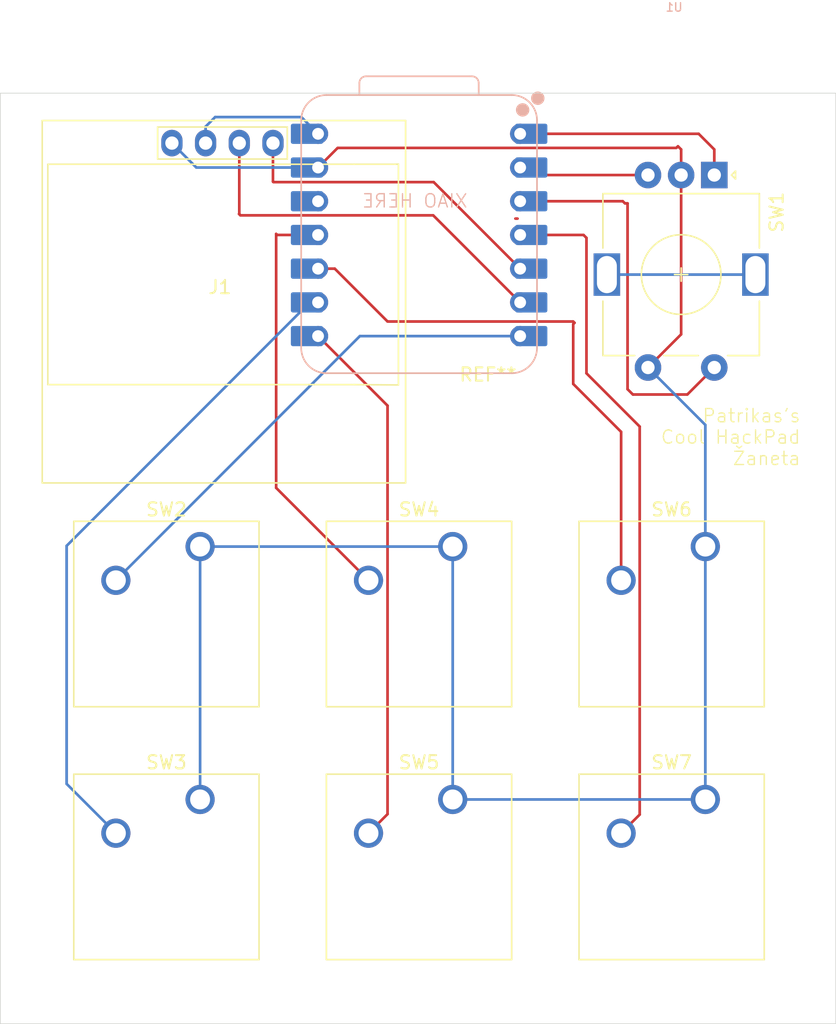
<source format=kicad_pcb>
(kicad_pcb (version 20241229) (generator "pcbnew") (generator_version "9.0")
  (layers (0 "F.Cu" signal) (2 "B.Cu" signal) (13 "F.Paste" user) (15 "B.Paste" user) (5 "F.SilkS" user "F.Silkscreen") (7 "B.SilkS" user "B.Silkscreen") (1 "F.Mask" user) (3 "B.Mask" user) (25 "Edge.Cuts" user))
  (net 0 "")
  (net 1 "Net-(J1-Pin_3)")
  (net 2 "GND")
  (net 3 "Net-(J1-Pin_4)")
  (net 4 "+5V")
  (net 5 "Net-(U1-GPIO28{slash}ADC2{slash}A2)")
  (net 6 "Net-(U1-GPIO27{slash}ADC1{slash}A1)")
  (net 7 "Net-(U1-GPIO26{slash}ADC0{slash}A0)")
  (net 8 "Net-(U1-GPIO0{slash}TX)")
  (net 9 "Net-(U1-GPIO2{slash}SCK)")
  (net 10 "Net-(U1-GPIO3{slash}MOSI)")
  (net 11 "Net-(U1-GPIO1{slash}RX)")
  (net 12 "Net-(U1-GPIO4{slash}MISO)")
  (net 13 "Net-(U1-GPIO29{slash}ADC3{slash}A3)")
  (footprint "Rotary_Encoder:RotaryEncoder_Alps_EC11E-Switch_Vertical_H20mm" (layer "F.Cu") (at 121.84 76.066 -90)
    (property "Reference" "SW1" (at 2.8 -4.7 90) (layer "F.SilkS"))
    (property "Value" "EC11_RotaryEncoder")
    (fp_line (start 5.5 8.4) (end 1.4 8.4) (stroke (width 0.12)) (layer "F.SilkS"))
    (fp_line (start 13.6 8.4) (end 9.5 8.4) (stroke (width 0.12)) (layer "F.SilkS"))
    (fp_line (start 13.6 6) (end 13.6 8.4) (stroke (width 0.12)) (layer "F.SilkS"))
    (fp_line (start 7 2.5) (end 8 2.5) (stroke (width 0.12)) (layer "F.SilkS"))
    (fp_line (start 7.5 2) (end 7.5 3) (stroke (width 0.12)) (layer "F.SilkS"))
    (fp_line (start 13.6 1.2) (end 13.6 3.8) (stroke (width 0.12)) (layer "F.SilkS"))
    (fp_line (start 0 -1.3) (end -0.3 -1.6) (stroke (width 0.12)) (layer "F.SilkS"))
    (fp_line (start -0.3 -1.6) (end 0.3 -1.6) (stroke (width 0.12)) (layer "F.SilkS"))
    (fp_line (start 0.3 -1.6) (end 0 -1.3) (stroke (width 0.12)) (layer "F.SilkS"))
    (fp_line (start 1.4 -3.4) (end 1.4 8.4) (stroke (width 0.12)) (layer "F.SilkS"))
    (fp_line (start 5.5 -3.4) (end 1.4 -3.4) (stroke (width 0.12)) (layer "F.SilkS"))
    (fp_line (start 9.5 -3.4) (end 13.6 -3.4) (stroke (width 0.12)) (layer "F.SilkS"))
    (fp_line (start 13.6 -3.4) (end 13.6 -1) (stroke (width 0.12)) (layer "F.SilkS"))
    (fp_circle (center 7.5 2.5) (end 10.5 2.5) (stroke (width 0.12)) (fill no) (layer "F.SilkS"))
    (pad "A" thru_hole rect (at 0 0 270) (size 2 2) (drill 1) (layers "*.Cu" "*.Mask") (net 7 "Net-(U1-GPIO26{slash}ADC0{slash}A0)"))
    (pad "B" thru_hole circle (at 0 5 270) (size 2 2) (drill 1) (layers "*.Cu" "*.Mask") (net 6 "Net-(U1-GPIO27{slash}ADC1{slash}A1)"))
    (pad "C" thru_hole circle (at 0 2.5 270) (size 2 2) (drill 1) (layers "*.Cu" "*.Mask") (net 2 "GND"))
    (pad "MP" thru_hole rect (at 7.5 -3.1 270) (size 3.2 2) (drill oval 2.8 1.5) (layers "*.Cu" "*.Mask"))
    (pad "MP" thru_hole rect (at 7.5 8.1 270) (size 3.2 2) (drill oval 2.8 1.5) (layers "*.Cu" "*.Mask"))
    (pad "S1" thru_hole circle (at 14.5 5 270) (size 2 2) (drill 1) (layers "*.Cu" "*.Mask") (net 2 "GND"))
    (pad "S2" thru_hole circle (at 14.5 0 270) (size 2 2) (drill 1) (layers "*.Cu" "*.Mask") (net 5 "Net-(U1-GPIO28{slash}ADC2{slash}A2)"))
  )
  (footprint "Button_Switch_Keyboard:SW_Cherry_MX_1.00u_PCB" (layer "F.Cu") (at 121.16375 104.05625)
    (property "Reference" "SW6" (at -2.54 -2.794 0) (layer "F.SilkS"))
    (property "Value" "SW_Push")
    (fp_line (start -9.525 -1.905) (end 4.445 -1.905) (stroke (width 0.12)) (layer "F.SilkS"))
    (fp_line (start -9.525 12.065) (end -9.525 -1.905) (stroke (width 0.12)) (layer "F.SilkS"))
    (fp_line (start 4.445 -1.905) (end 4.445 12.065) (stroke (width 0.12)) (layer "F.SilkS"))
    (fp_line (start 4.445 12.065) (end -9.525 12.065) (stroke (width 0.12)) (layer "F.SilkS"))
    (pad "" np_thru_hole circle (at -7.62 5.08) (size 1.7 1.7) (drill 1.7) (layers "*.Cu" "*.Mask"))
    (pad "" np_thru_hole circle (at -2.54 5.08) (size 4 4) (drill 4) (layers "*.Cu" "*.Mask"))
    (pad "" np_thru_hole circle (at 2.54 5.08) (size 1.7 1.7) (drill 1.7) (layers "*.Cu" "*.Mask"))
    (pad "1" thru_hole circle (at 0 0) (size 2.2 2.2) (drill 1.5) (layers "*.Cu" "*.Mask") (net 2 "GND"))
    (pad "2" thru_hole circle (at -6.35 2.54) (size 2.2 2.2) (drill 1.5) (layers "*.Cu" "*.Mask") (net 12 "Net-(U1-GPIO4{slash}MISO)"))
  )
  (footprint "Button_Switch_Keyboard:SW_Cherry_MX_1.00u_PCB" (layer "F.Cu") (at 83.06375 104.05625)
    (property "Reference" "SW2" (at -2.54 -2.794 0) (layer "F.SilkS"))
    (property "Value" "SW_Push")
    (fp_line (start -9.525 -1.905) (end 4.445 -1.905) (stroke (width 0.12)) (layer "F.SilkS"))
    (fp_line (start -9.525 12.065) (end -9.525 -1.905) (stroke (width 0.12)) (layer "F.SilkS"))
    (fp_line (start 4.445 -1.905) (end 4.445 12.065) (stroke (width 0.12)) (layer "F.SilkS"))
    (fp_line (start 4.445 12.065) (end -9.525 12.065) (stroke (width 0.12)) (layer "F.SilkS"))
    (pad "" np_thru_hole circle (at -7.62 5.08) (size 1.7 1.7) (drill 1.7) (layers "*.Cu" "*.Mask"))
    (pad "" np_thru_hole circle (at -2.54 5.08) (size 4 4) (drill 4) (layers "*.Cu" "*.Mask"))
    (pad "" np_thru_hole circle (at 2.54 5.08) (size 1.7 1.7) (drill 1.7) (layers "*.Cu" "*.Mask"))
    (pad "1" thru_hole circle (at 0 0) (size 2.2 2.2) (drill 1.5) (layers "*.Cu" "*.Mask") (net 2 "GND"))
    (pad "2" thru_hole circle (at -6.35 2.54) (size 2.2 2.2) (drill 1.5) (layers "*.Cu" "*.Mask") (net 8 "Net-(U1-GPIO0{slash}TX)"))
  )
  (footprint "Button_Switch_Keyboard:SW_Cherry_MX_1.00u_PCB" (layer "F.Cu") (at 121.16375 123.10625)
    (property "Reference" "SW7" (at -2.54 -2.794 0) (layer "F.SilkS"))
    (property "Value" "SW_Push")
    (fp_line (start -9.525 -1.905) (end 4.445 -1.905) (stroke (width 0.12)) (layer "F.SilkS"))
    (fp_line (start -9.525 12.065) (end -9.525 -1.905) (stroke (width 0.12)) (layer "F.SilkS"))
    (fp_line (start 4.445 -1.905) (end 4.445 12.065) (stroke (width 0.12)) (layer "F.SilkS"))
    (fp_line (start 4.445 12.065) (end -9.525 12.065) (stroke (width 0.12)) (layer "F.SilkS"))
    (pad "" np_thru_hole circle (at -7.62 5.08) (size 1.7 1.7) (drill 1.7) (layers "*.Cu" "*.Mask"))
    (pad "" np_thru_hole circle (at -2.54 5.08) (size 4 4) (drill 4) (layers "*.Cu" "*.Mask"))
    (pad "" np_thru_hole circle (at 2.54 5.08) (size 1.7 1.7) (drill 1.7) (layers "*.Cu" "*.Mask"))
    (pad "1" thru_hole circle (at 0 0) (size 2.2 2.2) (drill 1.5) (layers "*.Cu" "*.Mask") (net 2 "GND"))
    (pad "2" thru_hole circle (at -6.35 2.54) (size 2.2 2.2) (drill 1.5) (layers "*.Cu" "*.Mask") (net 13 "Net-(U1-GPIO29{slash}ADC3{slash}A3)"))
  )
  (footprint "MountingHole:MountingHole_3.2mm_M3" (layer "F.Cu") (at 104.775 95.25)
    (property "Reference" "REF**" (at 0 -4.15 0) (layer "F.SilkS"))
    (property "Value" "MountingHole_3.2mm_M3")
    (pad "" np_thru_hole circle (at 0 0) (size 3.2 3.2) (drill 3.2) (layers "*.Cu" "*.Mask"))
  )
  (footprint "Button_Switch_Keyboard:SW_Cherry_MX_1.00u_PCB" (layer "F.Cu") (at 102.11375 123.10625)
    (property "Reference" "SW5" (at -2.54 -2.794 0) (layer "F.SilkS"))
    (property "Value" "SW_Push")
    (fp_line (start -9.525 -1.905) (end 4.445 -1.905) (stroke (width 0.12)) (layer "F.SilkS"))
    (fp_line (start -9.525 12.065) (end -9.525 -1.905) (stroke (width 0.12)) (layer "F.SilkS"))
    (fp_line (start 4.445 -1.905) (end 4.445 12.065) (stroke (width 0.12)) (layer "F.SilkS"))
    (fp_line (start 4.445 12.065) (end -9.525 12.065) (stroke (width 0.12)) (layer "F.SilkS"))
    (pad "" np_thru_hole circle (at -7.62 5.08) (size 1.7 1.7) (drill 1.7) (layers "*.Cu" "*.Mask"))
    (pad "" np_thru_hole circle (at -2.54 5.08) (size 4 4) (drill 4) (layers "*.Cu" "*.Mask"))
    (pad "" np_thru_hole circle (at 2.54 5.08) (size 1.7 1.7) (drill 1.7) (layers "*.Cu" "*.Mask"))
    (pad "1" thru_hole circle (at 0 0) (size 2.2 2.2) (drill 1.5) (layers "*.Cu" "*.Mask") (net 2 "GND"))
    (pad "2" thru_hole circle (at -6.35 2.54) (size 2.2 2.2) (drill 1.5) (layers "*.Cu" "*.Mask") (net 11 "Net-(U1-GPIO1{slash}RX)"))
  )
  (footprint "Button_Switch_Keyboard:SW_Cherry_MX_1.00u_PCB" (layer "F.Cu") (at 83.06375 123.10625)
    (property "Reference" "SW3" (at -2.54 -2.794 0) (layer "F.SilkS"))
    (property "Value" "SW_Push")
    (fp_line (start -9.525 -1.905) (end 4.445 -1.905) (stroke (width 0.12)) (layer "F.SilkS"))
    (fp_line (start -9.525 12.065) (end -9.525 -1.905) (stroke (width 0.12)) (layer "F.SilkS"))
    (fp_line (start 4.445 -1.905) (end 4.445 12.065) (stroke (width 0.12)) (layer "F.SilkS"))
    (fp_line (start 4.445 12.065) (end -9.525 12.065) (stroke (width 0.12)) (layer "F.SilkS"))
    (pad "" np_thru_hole circle (at -7.62 5.08) (size 1.7 1.7) (drill 1.7) (layers "*.Cu" "*.Mask"))
    (pad "" np_thru_hole circle (at -2.54 5.08) (size 4 4) (drill 4) (layers "*.Cu" "*.Mask"))
    (pad "" np_thru_hole circle (at 2.54 5.08) (size 1.7 1.7) (drill 1.7) (layers "*.Cu" "*.Mask"))
    (pad "1" thru_hole circle (at 0 0) (size 2.2 2.2) (drill 1.5) (layers "*.Cu" "*.Mask") (net 2 "GND"))
    (pad "2" thru_hole circle (at -6.35 2.54) (size 2.2 2.2) (drill 1.5) (layers "*.Cu" "*.Mask") (net 9 "Net-(U1-GPIO2{slash}SCK)"))
  )
  (footprint "oled:128x64OLED" (layer "F.Cu") (at 84.56 84.26)
    (property "Reference" "J1" (at 0 0.254 0) (layer "F.SilkS"))
    (property "Value" "SSD1306 OLED Display")
    (fp_line (start -13.4 -12.3) (end 14 -12.3) (stroke (width 0.12)) (layer "F.SilkS"))
    (fp_line (start -13.4 15) (end -13.4 -12.3) (stroke (width 0.12)) (layer "F.SilkS"))
    (fp_line (start -12.978 -9.005) (end 10.122 -9.005) (stroke (width 0.12)) (layer "F.SilkS"))
    (fp_line (start -12.978 7.595) (end -12.978 -9.005) (stroke (width 0.12)) (layer "F.SilkS"))
    (fp_line (start -4.699 -11.811) (end -4.699 -9.398) (stroke (width 0.12)) (layer "F.SilkS"))
    (fp_line (start -4.699 -11.811) (end 5.08 -11.811) (stroke (width 0.12)) (layer "F.SilkS"))
    (fp_line (start 5.08 -11.811) (end 5.08 -9.398) (stroke (width 0.12)) (layer "F.SilkS"))
    (fp_line (start 5.08 -9.398) (end -4.699 -9.398) (stroke (width 0.12)) (layer "F.SilkS"))
    (fp_line (start 10.122 -9.005) (end 13.208 -9.005) (stroke (width 0.12)) (layer "F.SilkS"))
    (fp_line (start 10.122 7.595) (end -12.978 7.595) (stroke (width 0.12)) (layer "F.SilkS"))
    (fp_line (start 10.122 7.595) (end 13.462 7.62) (stroke (width 0.12)) (layer "F.SilkS"))
    (fp_line (start 13.462 -9.017) (end 13.208 -9.005) (stroke (width 0.12)) (layer "F.SilkS"))
    (fp_line (start 13.462 7.62) (end 13.462 -9.017) (stroke (width 0.12)) (layer "F.SilkS"))
    (fp_line (start 14 -12.3) (end 14 15) (stroke (width 0.12)) (layer "F.SilkS"))
    (fp_line (start 14 15) (end -13.4 15) (stroke (width 0.12)) (layer "F.SilkS"))
    (pad "1" thru_hole oval (at -3.62 -10.6 90) (size 2 1.6) (drill 1) (layers "*.Cu" "*.Mask") (net 2 "GND"))
    (pad "2" thru_hole oval (at -1.08 -10.6 90) (size 2 1.6) (drill 1) (layers "*.Cu" "*.Mask") (net 4 "+5V"))
    (pad "3" thru_hole oval (at 1.46 -10.6 90) (size 2 1.6) (drill 1) (layers "*.Cu" "*.Mask") (net 1 "Net-(J1-Pin_3)"))
    (pad "4" thru_hole oval (at 4 -10.6 90) (size 2 1.6) (drill 1) (layers "*.Cu" "*.Mask") (net 3 "Net-(J1-Pin_4)"))
  )
  (footprint "Button_Switch_Keyboard:SW_Cherry_MX_1.00u_PCB" (layer "F.Cu") (at 102.11375 104.05625)
    (property "Reference" "SW4" (at -2.54 -2.794 0) (layer "F.SilkS"))
    (property "Value" "SW_Push")
    (fp_line (start -9.525 -1.905) (end 4.445 -1.905) (stroke (width 0.12)) (layer "F.SilkS"))
    (fp_line (start -9.525 12.065) (end -9.525 -1.905) (stroke (width 0.12)) (layer "F.SilkS"))
    (fp_line (start 4.445 -1.905) (end 4.445 12.065) (stroke (width 0.12)) (layer "F.SilkS"))
    (fp_line (start 4.445 12.065) (end -9.525 12.065) (stroke (width 0.12)) (layer "F.SilkS"))
    (pad "" np_thru_hole circle (at -7.62 5.08) (size 1.7 1.7) (drill 1.7) (layers "*.Cu" "*.Mask"))
    (pad "" np_thru_hole circle (at -2.54 5.08) (size 4 4) (drill 4) (layers "*.Cu" "*.Mask"))
    (pad "" np_thru_hole circle (at 2.54 5.08) (size 1.7 1.7) (drill 1.7) (layers "*.Cu" "*.Mask"))
    (pad "1" thru_hole circle (at 0 0) (size 2.2 2.2) (drill 1.5) (layers "*.Cu" "*.Mask") (net 2 "GND"))
    (pad "2" thru_hole circle (at -6.35 2.54) (size 2.2 2.2) (drill 1.5) (layers "*.Cu" "*.Mask") (net 10 "Net-(U1-GPIO3{slash}MOSI)"))
  )
  (footprint "OPL:XIAO-RP2040-DIP" (layer "B.Cu") (at 99.58 80.58 180)
    (property "Reference" "U1" (at -19.23 17.15 0) (layer "B.SilkS") (effects (font (size 0.635 0.635) (thickness 0.1016)) (justify mirror)))
    (property "Value" "XIAO-RP2040-DIP")
    (fp_line (start 8.89 -8.509) (end 8.89 8.636) (stroke (width 0.127)) (layer "B.SilkS"))
    (fp_line (start 6.985 10.541) (end -6.985 10.541) (stroke (width 0.1)) (layer "B.SilkS"))
    (fp_line (start 6.985 10.541) (end -6.985 10.541) (stroke (width 0.127)) (layer "B.SilkS"))
    (fp_line (start 4.504 11.451) (end 4.504 10.541) (stroke (width 0.127)) (layer "B.SilkS"))
    (fp_line (start -3.991272 11.951) (end 4.004 11.951) (stroke (width 0.127)) (layer "B.SilkS"))
    (fp_line (start -4.495 10.541) (end -4.491272 11.451272) (stroke (width 0.127)) (layer "B.SilkS"))
    (fp_line (start -6.985 -10.414) (end 6.985 -10.414) (stroke (width 0.127)) (layer "B.SilkS"))
    (fp_line (start -8.89 -8.509) (end -8.89 8.636) (stroke (width 0.127)) (layer "B.SilkS"))
    (fp_arc (start 8.89 8.636) (mid 8.332038 9.983038) (end 6.985 10.541) (stroke (width 0.127)) (layer "B.SilkS"))
    (fp_arc (start 6.985 -10.414) (mid 8.332038 -9.856038) (end 8.89 -8.509) (stroke (width 0.127)) (layer "B.SilkS"))
    (fp_arc (start 4.504 11.451) (mid 4.357553 11.804553) (end 4.004 11.951) (stroke (width 0.127)) (layer "B.SilkS"))
    (fp_arc (start -3.991272 11.951) (mid -4.344724 11.804644) (end -4.491272 11.451272) (stroke (width 0.127)) (layer "B.SilkS"))
    (fp_arc (start -6.985 10.541) (mid -8.332038 9.983038) (end -8.89 8.636) (stroke (width 0.127)) (layer "B.SilkS"))
    (fp_arc (start -8.89 -8.509) (mid -8.332038 -9.856038) (end -6.985 -10.414) (stroke (width 0.127)) (layer "B.SilkS"))
    (fp_circle (center -7.807 9.42) (end -7.807 9.674) (stroke (width 0.5)) (fill yes) (layer "B.SilkS"))
    (fp_circle (center -8.95 10.3) (end -8.95 10.554) (stroke (width 0.5)) (fill yes) (layer "B.SilkS"))
    (pad "1" smd roundrect (at -8.455 7.62) (size 2.432 1.524) (layers "B.Cu" "B.Mask") (roundrect_rratio 0.1) (net 7 "Net-(U1-GPIO26{slash}ADC0{slash}A0)"))
    (pad "1" thru_hole circle (at -7.62 7.62) (size 1.524 1.524) (drill 0.889) (layers "*.Cu" "*.Mask") (net 7 "Net-(U1-GPIO26{slash}ADC0{slash}A0)"))
    (pad "2" smd roundrect (at -8.455 5.08) (size 2.432 1.524) (layers "B.Cu" "B.Mask") (roundrect_rratio 0.1) (net 6 "Net-(U1-GPIO27{slash}ADC1{slash}A1)"))
    (pad "2" thru_hole circle (at -7.62 5.08) (size 1.524 1.524) (drill 0.889) (layers "*.Cu" "*.Mask") (net 6 "Net-(U1-GPIO27{slash}ADC1{slash}A1)"))
    (pad "3" smd roundrect (at -8.455 2.54) (size 2.432 1.524) (layers "B.Cu" "B.Mask") (roundrect_rratio 0.1) (net 5 "Net-(U1-GPIO28{slash}ADC2{slash}A2)"))
    (pad "3" thru_hole circle (at -7.62 2.54) (size 1.524 1.524) (drill 0.889) (layers "*.Cu" "*.Mask") (net 5 "Net-(U1-GPIO28{slash}ADC2{slash}A2)"))
    (pad "4" smd roundrect (at -8.455 0) (size 2.432 1.524) (layers "B.Cu" "B.Mask") (roundrect_rratio 0.1) (net 13 "Net-(U1-GPIO29{slash}ADC3{slash}A3)"))
    (pad "4" thru_hole circle (at -7.62 0) (size 1.524 1.524) (drill 0.889) (layers "*.Cu" "*.Mask") (net 13 "Net-(U1-GPIO29{slash}ADC3{slash}A3)"))
    (pad "5" smd roundrect (at -8.455 -2.54) (size 2.432 1.524) (layers "B.Cu" "B.Mask") (roundrect_rratio 0.1) (net 3 "Net-(J1-Pin_4)"))
    (pad "5" thru_hole circle (at -7.62 -2.54) (size 1.524 1.524) (drill 0.889) (layers "*.Cu" "*.Mask") (net 3 "Net-(J1-Pin_4)"))
    (pad "6" smd roundrect (at -8.455 -5.08) (size 2.432 1.524) (layers "B.Cu" "B.Mask") (roundrect_rratio 0.1) (net 1 "Net-(J1-Pin_3)"))
    (pad "6" thru_hole circle (at -7.62 -5.08) (size 1.524 1.524) (drill 0.889) (layers "*.Cu" "*.Mask") (net 1 "Net-(J1-Pin_3)"))
    (pad "7" smd roundrect (at -8.455 -7.62) (size 2.432 1.524) (layers "B.Cu" "B.Mask") (roundrect_rratio 0.1) (net 8 "Net-(U1-GPIO0{slash}TX)"))
    (pad "7" thru_hole circle (at -7.62 -7.62) (size 1.524 1.524) (drill 0.889) (layers "*.Cu" "*.Mask") (net 8 "Net-(U1-GPIO0{slash}TX)"))
    (pad "8" thru_hole circle (at 7.62 -7.62 180) (size 1.524 1.524) (drill 0.889) (layers "*.Cu" "*.Mask") (net 11 "Net-(U1-GPIO1{slash}RX)"))
    (pad "8" smd roundrect (at 8.455 -7.62 180) (size 2.432 1.524) (layers "B.Cu" "B.Mask") (roundrect_rratio 0.1) (net 11 "Net-(U1-GPIO1{slash}RX)"))
    (pad "9" thru_hole circle (at 7.62 -5.08 180) (size 1.524 1.524) (drill 0.889) (layers "*.Cu" "*.Mask") (net 9 "Net-(U1-GPIO2{slash}SCK)"))
    (pad "9" smd roundrect (at 8.455 -5.08 180) (size 2.432 1.524) (layers "B.Cu" "B.Mask") (roundrect_rratio 0.1) (net 9 "Net-(U1-GPIO2{slash}SCK)"))
    (pad "10" thru_hole circle (at 7.62 -2.54 180) (size 1.524 1.524) (drill 0.889) (layers "*.Cu" "*.Mask") (net 12 "Net-(U1-GPIO4{slash}MISO)"))
    (pad "10" smd roundrect (at 8.455 -2.54 180) (size 2.432 1.524) (layers "B.Cu" "B.Mask") (roundrect_rratio 0.1) (net 12 "Net-(U1-GPIO4{slash}MISO)"))
    (pad "11" thru_hole circle (at 7.62 0 180) (size 1.524 1.524) (drill 0.889) (layers "*.Cu" "*.Mask") (net 10 "Net-(U1-GPIO3{slash}MOSI)"))
    (pad "11" smd roundrect (at 8.455 0 180) (size 2.432 1.524) (layers "B.Cu" "B.Mask") (roundrect_rratio 0.1) (net 10 "Net-(U1-GPIO3{slash}MOSI)"))
    (pad "12" thru_hole circle (at 7.62 2.54 180) (size 1.524 1.524) (drill 0.889) (layers "*.Cu" "*.Mask"))
    (pad "12" smd roundrect (at 8.455 2.54 180) (size 2.432 1.524) (layers "B.Cu" "B.Mask") (roundrect_rratio 0.1))
    (pad "13" thru_hole circle (at 7.62 5.08 180) (size 1.524 1.524) (drill 0.889) (layers "*.Cu" "*.Mask") (net 2 "GND"))
    (pad "13" smd roundrect (at 8.455 5.08 180) (size 2.432 1.524) (layers "B.Cu" "B.Mask") (roundrect_rratio 0.1) (net 2 "GND"))
    (pad "14" thru_hole circle (at 7.62 7.62 180) (size 1.524 1.524) (drill 0.889) (layers "*.Cu" "*.Mask") (net 4 "+5V"))
    (pad "14" smd roundrect (at 8.455 7.62 180) (size 2.432 1.524) (layers "B.Cu" "B.Mask") (roundrect_rratio 0.1) (net 4 "+5V"))
  )
  (gr_rect (start 68 69.9) (end 131 140) (stroke (width 0.05)) (fill no) (layer "Edge.Cuts"))
  (gr_text "Patrikas's\nCool HackPad\nŽaneta" (at 128.4 98 0) (layer "F.SilkS") (effects (font (size 1 1) (thickness 0.1)) (justify right bottom)))
  (gr_text "XIAO HERE" (at 103.3 78.6 0) (layer "B.SilkS") (effects (font (size 1 1) (thickness 0.1)) (justify left bottom mirror)))
  (segment (start 107.00125 79.34874) (end 106.8425 79.34874) (width 0.2) (layer "F.Cu") (net 0))
  (segment (start 113.74 83.566) (end 124.94 83.566) (width 0.2) (layer "B.Cu") (net 0))
  (segment (start 86.02 73.66) (end 86.02 78.98) (width 0.2) (layer "F.Cu") (net 1))
  (segment (start 86.02 78.98) (end 86 79) (width 0.2) (layer "F.Cu") (net 1))
  (segment (start 100.643 79.103) (end 107.2 85.66) (width 0.2) (layer "F.Cu") (net 1))
  (segment (start 86.103 79.103) (end 100.643 79.103) (width 0.2) (layer "F.Cu") (net 1))
  (segment (start 86 79) (end 86.103 79.103) (width 0.2) (layer "F.Cu") (net 1))
  (segment (start 119.34 74.14) (end 119.1 73.9) (width 0.2) (layer "F.Cu") (net 2))
  (segment (start 119.1 73.9) (end 118.977 74.023) (width 0.2) (layer "F.Cu") (net 2))
  (segment (start 93.437 74.023) (end 91.96 75.5) (width 0.2) (layer "F.Cu") (net 2))
  (segment (start 119.34 76.066) (end 119.34 74.14) (width 0.2) (layer "F.Cu") (net 2))
  (segment (start 118.977 74.023) (end 93.437 74.023) (width 0.2) (layer "F.Cu") (net 2))
  (segment (start 119.34 88.066) (end 116.84 90.566) (width 0.2) (layer "F.Cu") (net 2))
  (segment (start 119.34 76.066) (end 119.34 88.066) (width 0.2) (layer "F.Cu") (net 2))
  (segment (start 121.16375 123.10625) (end 102.11375 123.10625) (width 0.2) (layer "B.Cu") (net 2))
  (segment (start 82.78 75.5) (end 91.96 75.5) (width 0.2) (layer "B.Cu") (net 2))
  (segment (start 83.06375 104.05625) (end 83.06375 123.10625) (width 0.2) (layer "B.Cu") (net 2))
  (segment (start 121.16375 104.05625) (end 121.16375 123.10625) (width 0.2) (layer "B.Cu") (net 2))
  (segment (start 116.84 90.566) (end 121.16375 94.88975) (width 0.2) (layer "B.Cu") (net 2))
  (segment (start 121.16375 94.88975) (end 121.16375 104.05625) (width 0.2) (layer "B.Cu") (net 2))
  (segment (start 102.11375 123.10625) (end 102.11375 104.05625) (width 0.2) (layer "B.Cu") (net 2))
  (segment (start 102.11375 104.05625) (end 83.06375 104.05625) (width 0.2) (layer "B.Cu") (net 2))
  (segment (start 80.94 73.66) (end 82.78 75.5) (width 0.2) (layer "B.Cu") (net 2))
  (segment (start 88.56 73.66) (end 88.56 76.56) (width 0.2) (layer "F.Cu") (net 3))
  (segment (start 88.56 76.56) (end 88.6 76.6) (width 0.2) (layer "F.Cu") (net 3))
  (segment (start 88.6 76.6) (end 100.68 76.6) (width 0.2) (layer "F.Cu") (net 3))
  (segment (start 100.68 76.6) (end 107.2 83.12) (width 0.2) (layer "F.Cu") (net 3))
  (segment (start 83.48 72.42) (end 84.2 71.7) (width 0.2) (layer "B.Cu") (net 4))
  (segment (start 84.2 71.7) (end 90.7 71.7) (width 0.2) (layer "B.Cu") (net 4))
  (segment (start 90.7 71.7) (end 91.96 72.96) (width 0.2) (layer "B.Cu") (net 4))
  (segment (start 83.48 73.66) (end 83.48 72.42) (width 0.2) (layer "B.Cu") (net 4))
  (segment (start 115.1 78.2) (end 114.94 78.04) (width 0.2) (layer "F.Cu") (net 5))
  (segment (start 119.806 92.6) (end 115.7 92.6) (width 0.2) (layer "F.Cu") (net 5))
  (segment (start 115.3 92.2) (end 115.3 78.2) (width 0.2) (layer "F.Cu") (net 5))
  (segment (start 121.84 90.566) (end 119.806 92.6) (width 0.2) (layer "F.Cu") (net 5))
  (segment (start 115.7 92.6) (end 115.3 92.2) (width 0.2) (layer "F.Cu") (net 5))
  (segment (start 114.94 78.04) (end 107.2 78.04) (width 0.2) (layer "F.Cu") (net 5))
  (segment (start 115.3 78.2) (end 115.1 78.2) (width 0.2) (layer "F.Cu") (net 5))
  (segment (start 107.766 76.066) (end 107.2 75.5) (width 0.2) (layer "F.Cu") (net 6))
  (segment (start 116.84 76.066) (end 107.766 76.066) (width 0.2) (layer "F.Cu") (net 6))
  (segment (start 121.84 74.14) (end 121.84 76.066) (width 0.2) (layer "F.Cu") (net 7))
  (segment (start 120.66 72.96) (end 121.84 74.14) (width 0.2) (layer "F.Cu") (net 7))
  (segment (start 107.2 72.96) (end 120.66 72.96) (width 0.2) (layer "F.Cu") (net 7))
  (segment (start 76.71375 106.59625) (end 95.11 88.2) (width 0.2) (layer "B.Cu") (net 8))
  (segment (start 95.11 88.2) (end 107.2 88.2) (width 0.2) (layer "B.Cu") (net 8))
  (segment (start 76.71375 125.64625) (end 73 121.9325) (width 0.2) (layer "B.Cu") (net 9))
  (segment (start 73 121.9325) (end 73 104) (width 0.2) (layer "B.Cu") (net 9))
  (segment (start 91.34 85.66) (end 91.96 85.66) (width 0.2) (layer "B.Cu") (net 9))
  (segment (start 73 104) (end 91.34 85.66) (width 0.2) (layer "B.Cu") (net 9))
  (segment (start 88.88 80.58) (end 88.8 80.5) (width 0.2) (layer "F.Cu") (net 10))
  (segment (start 88.8 99.6325) (end 95.76375 106.59625) (width 0.2) (layer "F.Cu") (net 10))
  (segment (start 88.8 80.5) (end 88.8 99.6325) (width 0.2) (layer "F.Cu") (net 10))
  (segment (start 91.96 80.58) (end 88.88 80.58) (width 0.2) (layer "F.Cu") (net 10))
  (segment (start 97.2 124.21) (end 97.2 93.44) (width 0.2) (layer "F.Cu") (net 11))
  (segment (start 95.76375 125.64625) (end 97.2 124.21) (width 0.2) (layer "F.Cu") (net 11))
  (segment (start 97.2 93.44) (end 91.96 88.2) (width 0.2) (layer "F.Cu") (net 11))
  (segment (start 111.2 91.8) (end 111.2 87.3) (width 0.2) (layer "F.Cu") (net 12))
  (segment (start 111.2 87.3) (end 111.3 87.2) (width 0.2) (layer "F.Cu") (net 12))
  (segment (start 114.81375 106.59625) (end 114.81375 95.41375) (width 0.2) (layer "F.Cu") (net 12))
  (segment (start 111.2 87.1) (end 97.2 87.1) (width 0.2) (layer "F.Cu") (net 12))
  (segment (start 93.22 83.12) (end 91.96 83.12) (width 0.2) (layer "F.Cu") (net 12))
  (segment (start 114.81375 95.41375) (end 111.2 91.8) (width 0.2) (layer "F.Cu") (net 12))
  (segment (start 111.3 87.2) (end 111.2 87.1) (width 0.2) (layer "F.Cu") (net 12))
  (segment (start 97.2 87.1) (end 93.22 83.12) (width 0.2) (layer "F.Cu") (net 12))
  (segment (start 112.2 80.8) (end 111.98 80.58) (width 0.2) (layer "F.Cu") (net 13))
  (segment (start 111.98 80.58) (end 107.2 80.58) (width 0.2) (layer "F.Cu") (net 13))
  (segment (start 114.81375 125.64625) (end 116.21475 124.24525) (width 0.2) (layer "F.Cu") (net 13))
  (segment (start 112.2 91) (end 112.2 80.8) (width 0.2) (layer "F.Cu") (net 13))
  (segment (start 116.21475 95.01475) (end 112.2 91) (width 0.2) (layer "F.Cu") (net 13))
  (segment (start 116.21475 124.24525) (end 116.21475 95.01475) (width 0.2) (layer "F.Cu") (net 13))
)
</source>
